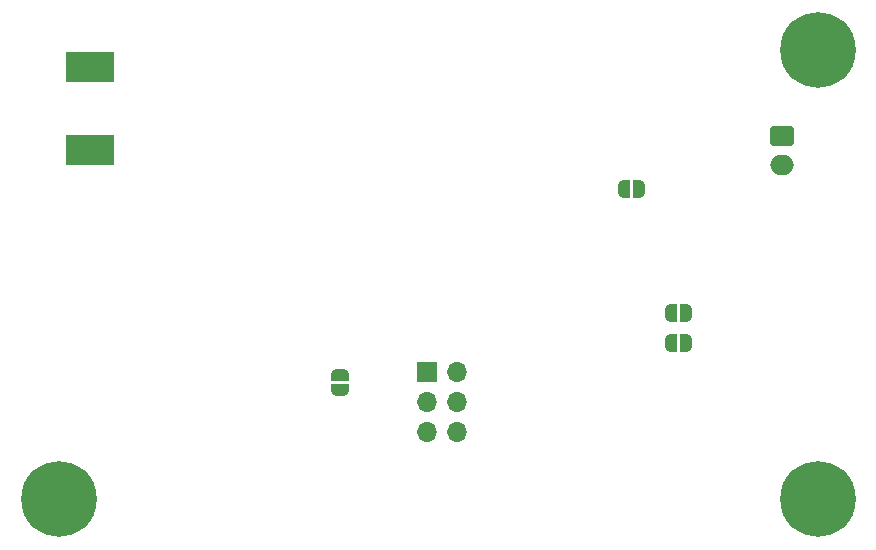
<source format=gbs>
G04 #@! TF.GenerationSoftware,KiCad,Pcbnew,(6.0.5-0)*
G04 #@! TF.CreationDate,2023-06-15T15:10:14-04:00*
G04 #@! TF.ProjectId,stratoconnect,73747261-746f-4636-9f6e-6e6563742e6b,rev?*
G04 #@! TF.SameCoordinates,Original*
G04 #@! TF.FileFunction,Soldermask,Bot*
G04 #@! TF.FilePolarity,Negative*
%FSLAX46Y46*%
G04 Gerber Fmt 4.6, Leading zero omitted, Abs format (unit mm)*
G04 Created by KiCad (PCBNEW (6.0.5-0)) date 2023-06-15 15:10:14*
%MOMM*%
%LPD*%
G01*
G04 APERTURE LIST*
G04 Aperture macros list*
%AMRoundRect*
0 Rectangle with rounded corners*
0 $1 Rounding radius*
0 $2 $3 $4 $5 $6 $7 $8 $9 X,Y pos of 4 corners*
0 Add a 4 corners polygon primitive as box body*
4,1,4,$2,$3,$4,$5,$6,$7,$8,$9,$2,$3,0*
0 Add four circle primitives for the rounded corners*
1,1,$1+$1,$2,$3*
1,1,$1+$1,$4,$5*
1,1,$1+$1,$6,$7*
1,1,$1+$1,$8,$9*
0 Add four rect primitives between the rounded corners*
20,1,$1+$1,$2,$3,$4,$5,0*
20,1,$1+$1,$4,$5,$6,$7,0*
20,1,$1+$1,$6,$7,$8,$9,0*
20,1,$1+$1,$8,$9,$2,$3,0*%
%AMFreePoly0*
4,1,22,0.500000,-0.750000,0.000000,-0.750000,0.000000,-0.745033,-0.079941,-0.743568,-0.215256,-0.701293,-0.333266,-0.622738,-0.424486,-0.514219,-0.481581,-0.384460,-0.499164,-0.250000,-0.500000,-0.250000,-0.500000,0.250000,-0.499164,0.250000,-0.499963,0.256109,-0.478152,0.396186,-0.417904,0.524511,-0.324060,0.630769,-0.204165,0.706417,-0.067858,0.745374,0.000000,0.744959,0.000000,0.750000,
0.500000,0.750000,0.500000,-0.750000,0.500000,-0.750000,$1*%
%AMFreePoly1*
4,1,20,0.000000,0.744959,0.073905,0.744508,0.209726,0.703889,0.328688,0.626782,0.421226,0.519385,0.479903,0.390333,0.500000,0.250000,0.500000,-0.250000,0.499851,-0.262216,0.476331,-0.402017,0.414519,-0.529596,0.319384,-0.634700,0.198574,-0.708877,0.061801,-0.746166,0.000000,-0.745033,0.000000,-0.750000,-0.500000,-0.750000,-0.500000,0.750000,0.000000,0.750000,0.000000,0.744959,
0.000000,0.744959,$1*%
G04 Aperture macros list end*
%ADD10C,0.800000*%
%ADD11C,6.400000*%
%ADD12RoundRect,0.250000X-0.750000X0.600000X-0.750000X-0.600000X0.750000X-0.600000X0.750000X0.600000X0*%
%ADD13O,2.000000X1.700000*%
%ADD14R,4.190000X2.665000*%
%ADD15R,1.700000X1.700000*%
%ADD16O,1.700000X1.700000*%
%ADD17FreePoly0,180.000000*%
%ADD18FreePoly1,180.000000*%
%ADD19FreePoly0,0.000000*%
%ADD20FreePoly1,0.000000*%
%ADD21FreePoly0,270.000000*%
%ADD22FreePoly1,270.000000*%
G04 APERTURE END LIST*
D10*
X138302944Y-90947056D03*
X141697056Y-90947056D03*
X142400000Y-89250000D03*
X137600000Y-89250000D03*
X140000000Y-91650000D03*
X141697056Y-87552944D03*
X140000000Y-86850000D03*
X138302944Y-87552944D03*
D11*
X140000000Y-89250000D03*
D12*
X201217500Y-58500000D03*
D13*
X201217500Y-61000000D03*
D14*
X142672500Y-59682500D03*
X142672500Y-52697500D03*
D15*
X171225000Y-78475000D03*
D16*
X173765000Y-78475000D03*
X171225000Y-81015000D03*
X173765000Y-81015000D03*
X171225000Y-83555000D03*
X173765000Y-83555000D03*
D10*
X204250000Y-86850000D03*
X205947056Y-90947056D03*
D11*
X204250000Y-89250000D03*
D10*
X201850000Y-89250000D03*
X204250000Y-91650000D03*
X205947056Y-87552944D03*
X202552944Y-87552944D03*
X202552944Y-90947056D03*
X206650000Y-89250000D03*
X205947056Y-52947056D03*
X205947056Y-49552944D03*
X204250000Y-48850000D03*
X202552944Y-52947056D03*
X206650000Y-51250000D03*
X201850000Y-51250000D03*
X202552944Y-49552944D03*
X204250000Y-53650000D03*
D11*
X204250000Y-51250000D03*
D17*
X193150000Y-73500000D03*
D18*
X191850000Y-73500000D03*
D19*
X187850000Y-63000000D03*
D20*
X189150000Y-63000000D03*
D21*
X163800000Y-78750000D03*
D22*
X163800000Y-80050000D03*
D17*
X193150000Y-76000000D03*
D18*
X191850000Y-76000000D03*
M02*

</source>
